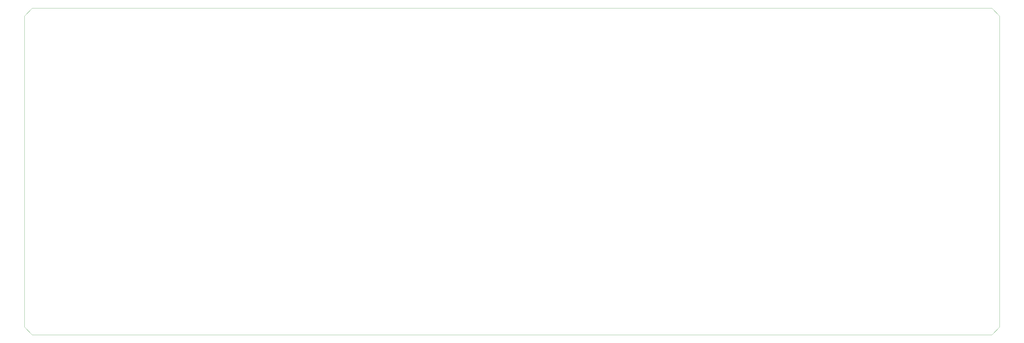
<source format=gbr>
G04 #@! TF.GenerationSoftware,KiCad,Pcbnew,(5.1.4)-1*
G04 #@! TF.CreationDate,2023-02-02T16:14:58+01:00*
G04 #@! TF.ProjectId,pcb,7063622e-6b69-4636-9164-5f7063625858,1.0*
G04 #@! TF.SameCoordinates,Original*
G04 #@! TF.FileFunction,Profile,NP*
%FSLAX46Y46*%
G04 Gerber Fmt 4.6, Leading zero omitted, Abs format (unit mm)*
G04 Created by KiCad (PCBNEW (5.1.4)-1) date 2023-02-02 16:14:58*
%MOMM*%
%LPD*%
G04 APERTURE LIST*
%ADD10C,0.050000*%
G04 APERTURE END LIST*
D10*
X393653500Y-119062500D02*
X24653500Y-119062500D01*
X396653500Y-122062500D02*
X396653500Y-241634000D01*
X396653500Y-122062500D02*
X393653500Y-119062500D01*
X24653500Y-244634000D02*
X393653500Y-244634000D01*
X21653500Y-241634000D02*
X21653500Y-122062500D01*
X24653500Y-244634000D02*
X21653500Y-241634000D01*
X396653500Y-241634000D02*
X393653500Y-244634000D01*
X21653500Y-122062500D02*
X24653500Y-119062500D01*
M02*

</source>
